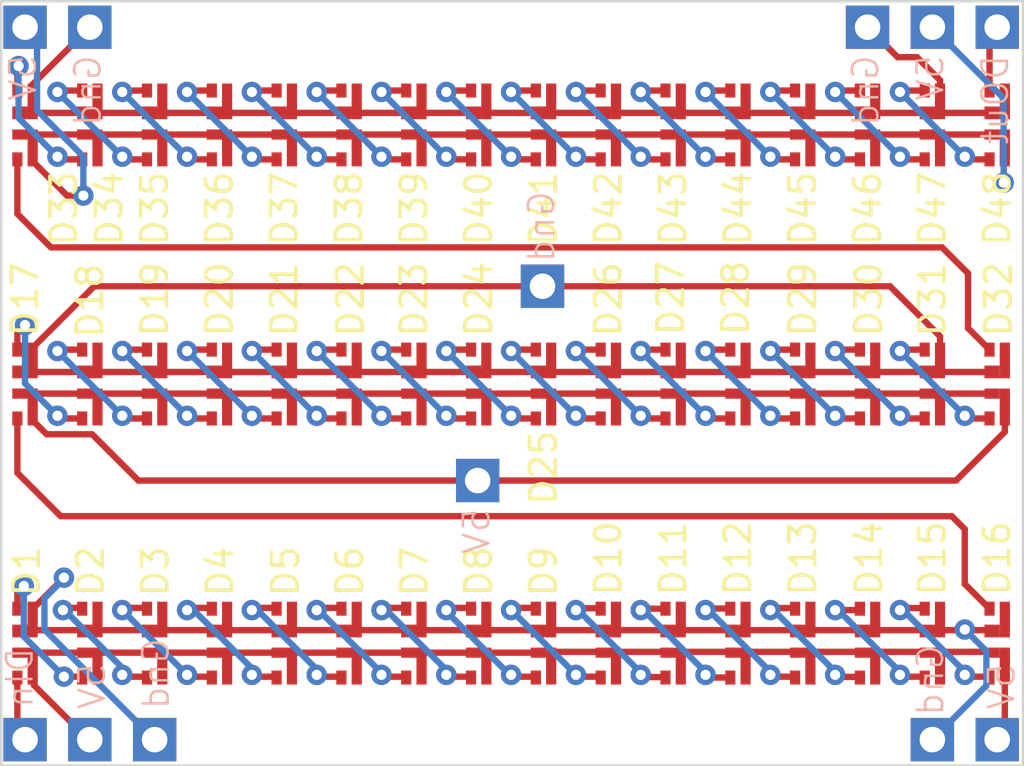
<source format=kicad_pcb>
(kicad_pcb (version 20221018) (generator pcbnew)
  (layers (0 "F.Cu" signal) (31 "B.Cu" signal) (34 "B.Paste" user) (35 "F.Paste" user) (36 "B.SilkS" user "B.Silkscreen") (37 "F.SilkS" user "F.Silkscreen") (38 "B.Mask" user) (39 "F.Mask" user) (44 "Edge.Cuts" user))
  (net 0 "")
  (net 1 "GND")
  (net 2 "Net-(D1-DOUT)")
  (net 3 "+5V")
  (net 4 "unconnected-(D1-DIN-Pad3)")
  (net 5 "Net-(D2-DOUT)")
  (net 6 "Net-(D3-DOUT)")
  (net 7 "Net-(D4-DOUT)")
  (net 8 "Net-(D5-DOUT)")
  (net 9 "Net-(D6-DOUT)")
  (net 10 "Net-(D7-DOUT)")
  (net 11 "Net-(D8-DOUT)")
  (net 12 "Net-(D10-DIN)")
  (net 13 "unconnected-(D10-DOUT-Pad2)")
  (net 14 "Net-(D11-DOUT)")
  (net 15 "Net-(D12-DOUT)")
  (net 16 "Net-(D13-DOUT)")
  (net 17 "Net-(D14-DOUT)")
  (net 18 "Net-(D15-DOUT)")
  (net 19 "Net-(D17-DOUT)")
  (net 20 "Net-(D18-DOUT)")
  (net 21 "Net-(D19-DOUT)")
  (net 22 "Net-(D20-DOUT)")
  (net 23 "Net-(D21-DOUT)")
  (net 24 "Net-(D22-DOUT)")
  (net 25 "Net-(D23-DOUT)")
  (net 26 "Net-(D24-DOUT)")
  (net 27 "Net-(D25-DOUT)")
  (net 28 "unconnected-(D26-DOUT-Pad2)")
  (net 29 "Net-(D27-DOUT)")
  (net 30 "Net-(D28-DOUT)")
  (net 31 "Net-(D29-DOUT)")
  (net 32 "Net-(D30-DOUT)")
  (net 33 "Net-(D31-DOUT)")
  (net 34 "Net-(D33-DOUT)")
  (net 35 "Net-(D34-DOUT)")
  (net 36 "Net-(D35-DOUT)")
  (net 37 "Net-(D36-DOUT)")
  (net 38 "Net-(D37-DOUT)")
  (net 39 "Net-(D38-DOUT)")
  (net 40 "Net-(D39-DOUT)")
  (net 41 "Net-(D40-DOUT)")
  (net 42 "Net-(D41-DOUT)")
  (net 43 "unconnected-(D42-DOUT-Pad2)")
  (net 44 "Net-(D43-DOUT)")
  (net 45 "Net-(D44-DOUT)")
  (net 46 "Net-(D45-DOUT)")
  (net 47 "Net-(D46-DOUT)")
  (net 48 "Net-(D47-DOUT)")
  (net 49 "unconnected-(D48-DOUT-Pad2)")
  (net 50 "Net-(D16-DOUT)")
  (net 51 "Net-(D32-DOUT)")
  (footprint "Custom Footprint Library:SK6812-EC3210F" (layer "F.Cu") (at 96.52 74.930017 -90)
    (fp_text reference "D10")
    (fp_text value "SK6812-EC3210F" hide)
  )
  (footprint "Custom Footprint Library:SK6812-EC3210F" (layer "F.Cu") (at 104.14 64.77 -90)
    (fp_text reference "D29")
    (fp_text value "SK6812-EC3210F" hide)
  )
  (footprint "" (layer "F.Cu") (at 73.66 78.74)
    (fp_text reference "")
    (fp_text value "")
  )
  (footprint "Custom Footprint Library:SK6812-EC3210F" (layer "F.Cu") (at 111.76 64.77 -90)
    (fp_text reference "D32")
    (fp_text value "SK6812-EC3210F" hide)
  )
  (footprint "Custom Footprint Library:SK6812-EC3210F" (layer "F.Cu") (at 81.28 64.77 -90)
    (fp_text reference "D20")
    (fp_text value "SK6812-EC3210F" hide)
  )
  (footprint "Custom Footprint Library:SK6812-EC3210F" (layer "F.Cu") (at 111.76 74.930017 -90)
    (fp_text reference "D16")
    (fp_text value "SK6812-EC3210F" hide)
  )
  (footprint "Custom Footprint Library:SK6812-EC3210F" (layer "F.Cu") (at 73.66 54.61 -90)
    (fp_text reference "D33")
    (fp_text value "SK6812-EC3210F" hide)
  )
  (footprint "Custom Footprint Library:SK6812-EC3210F" (layer "F.Cu") (at 93.98 54.61 -90)
    (fp_text reference "D41")
    (fp_text value "SK6812-EC3210F" hide)
  )
  (footprint "Custom Footprint Library:SK6812-EC3210F" (layer "F.Cu") (at 99.06 64.77 -90)
    (fp_text reference "D27")
    (fp_text value "SK6812-EC3210F" hide)
  )
  (footprint "Custom Footprint Library:SK6812-EC3210F" (layer "F.Cu") (at 83.82 64.77 -90)
    (fp_text reference "D21")
    (fp_text value "SK6812-EC3210F" hide)
  )
  (footprint "Custom Footprint Library:SK6812-EC3210F" (layer "F.Cu") (at 76.2 64.77 -90)
    (fp_text reference "D18")
    (fp_text value "SK6812-EC3210F" hide)
  )
  (footprint "Custom Footprint Library:SK6812-EC3210F" (layer "F.Cu") (at 73.66 74.930017 -90)
    (fp_text reference "D1")
    (fp_text value "SK6812-EC3210F" hide)
  )
  (footprint "Custom Footprint Library:SK6812-EC3210F" (layer "F.Cu") (at 106.68 54.61 -90)
    (fp_text reference "D46")
    (fp_text value "SK6812-EC3210F" hide)
  )
  (footprint "Custom Footprint Library:SK6812-EC3210F" (layer "F.Cu") (at 96.52 64.77 -90)
    (fp_text reference "D26")
    (fp_text value "SK6812-EC3210F" hide)
  )
  (footprint "Custom Footprint Library:SK6812-EC3210F" (layer "F.Cu") (at 111.76 54.61 -90)
    (fp_text reference "D48")
    (fp_text value "SK6812-EC3210F" hide)
  )
  (footprint "Custom Footprint Library:SK6812-EC3210F" (layer "F.Cu") (at 78.74 54.61 -90)
    (fp_text reference "D35")
    (fp_text value "SK6812-EC3210F" hide)
  )
  (footprint "Custom Footprint Library:SK6812-EC3210F" (layer "F.Cu") (at 91.44 54.61 -90)
    (fp_text reference "D40")
    (fp_text value "SK6812-EC3210F" hide)
  )
  (footprint "Custom Footprint Library:SK6812-EC3210F" (layer "F.Cu") (at 86.36 64.77 -90)
    (fp_text reference "D22")
    (fp_text value "SK6812-EC3210F" hide)
  )
  (footprint "Custom Footprint Library:SK6812-EC3210F" (layer "F.Cu") (at 88.9 74.930017 -90)
    (fp_text reference "D7")
    (fp_text value "SK6812-EC3210F" hide)
  )
  (footprint "Custom Footprint Library:SK6812-EC3210F" (layer "F.Cu") (at 109.22 74.930017 -90)
    (fp_text reference "D15")
    (fp_text value "SK6812-EC3210F" hide)
  )
  (footprint "" (layer "F.Cu") (at 109.22 50.8)
    (fp_text reference "")
    (fp_text value "")
  )
  (footprint "" (layer "F.Cu") (at 106.68 50.8)
    (fp_text reference "")
    (fp_text value "")
  )
  (footprint "Custom Footprint Library:SK6812-EC3210F" (layer "F.Cu") (at 96.52 54.61 -90)
    (fp_text reference "D42")
    (fp_text value "SK6812-EC3210F" hide)
  )
  (footprint "Custom Footprint Library:SK6812-EC3210F" (layer "F.Cu") (at 101.6 64.77 -90)
    (fp_text reference "D28")
    (fp_text value "SK6812-EC3210F" hide)
  )
  (footprint "Custom Footprint Library:SK6812-EC3210F" (layer "F.Cu") (at 93.98 74.930017 -90)
    (fp_text reference "D9")
    (fp_text value "SK6812-EC3210F" hide)
  )
  (footprint "Custom Footprint Library:SK6812-EC3210F" (layer "F.Cu") (at 88.9 64.77 -90)
    (fp_text reference "D23")
    (fp_text value "SK6812-EC3210F" hide)
  )
  (footprint "Custom Footprint Library:SK6812-EC3210F" (layer "F.Cu") (at 99.06 54.61 -90)
    (fp_text reference "D43")
    (fp_text value "SK6812-EC3210F" hide)
  )
  (footprint "Custom Footprint Library:SK6812-EC3210F" (layer "F.Cu") (at 91.44 74.930017 -90)
    (fp_text reference "D8")
    (fp_text value "SK6812-EC3210F" hide)
  )
  (footprint "Custom Footprint Library:SK6812-EC3210F" (layer "F.Cu") (at 86.36 54.61 -90)
    (fp_text reference "D38")
    (fp_text value "SK6812-EC3210F" hide)
  )
  (footprint "Custom Footprint Library:SK6812-EC3210F" (layer "F.Cu") (at 104.14 54.61 -90)
    (fp_text reference "D45")
    (fp_text value "SK6812-EC3210F" hide)
  )
  (footprint "Custom Footprint Library:SK6812-EC3210F" (layer "F.Cu") (at 76.2 74.930017 -90)
    (fp_text reference "D2")
    (fp_text value "SK6812-EC3210F" hide)
  )
  (footprint "" (layer "F.Cu") (at 78.74 78.74)
    (fp_text reference "")
    (fp_text value "")
  )
  (footprint "Custom Footprint Library:SK6812-EC3210F" (layer "F.Cu") (at 99.06 74.930017 -90)
    (fp_text reference "D11")
    (fp_text value "SK6812-EC3210F" hide)
  )
  (footprint "Custom Footprint Library:SK6812-EC3210F" (layer "F.Cu") (at 101.6 74.930017 -90)
    (fp_text reference "D12")
    (fp_text value "SK6812-EC3210F" hide)
  )
  (footprint "Custom Footprint Library:SK6812-EC3210F" (layer "F.Cu") (at 83.82 74.930017 -90)
    (fp_text reference "D5")
    (fp_text value "SK6812-EC3210F" hide)
  )
  (footprint "Custom Footprint Library:SK6812-EC3210F" (layer "F.Cu") (at 93.98 64.77 -90)
    (fp_text reference "D25")
    (fp_text value "SK6812-EC3210F" hide)
  )
  (footprint "Custom Footprint Library:SK6812-EC3210F" (layer "F.Cu") (at 106.68 64.77 -90)
    (fp_text reference "D30")
    (fp_text value "SK6812-EC3210F" hide)
  )
  (footprint "" (layer "F.Cu") (at 109.22 78.74)
    (fp_text reference "")
    (fp_text value "")
  )
  (footprint "Custom Footprint Library:SK6812-EC3210F" (layer "F.Cu") (at 109.22 64.77 -90)
    (fp_text reference "D31")
    (fp_text value "SK6812-EC3210F" hide)
  )
  (footprint "" (layer "F.Cu") (at 111.76 50.8)
    (fp_text reference "")
    (fp_text value "")
  )
  (footprint "Custom Footprint Library:SK6812-EC3210F" (layer "F.Cu") (at 78.74 74.930017 -90)
    (fp_text reference "D3")
    (fp_text value "SK6812-EC3210F" hide)
  )
  (footprint "" (layer "F.Cu") (at 93.94 60.96)
    (fp_text reference "")
    (fp_text value "")
  )
  (footprint "Custom Footprint Library:SK6812-EC3210F" (layer "F.Cu") (at 78.74 64.77 -90)
    (fp_text reference "D19")
    (fp_text value "SK6812-EC3210F" hide)
  )
  (footprint "Custom Footprint Library:SK6812-EC3210F" (layer "F.Cu") (at 88.9 54.61 -90)
    (fp_text reference "D39")
    (fp_text value "SK6812-EC3210F" hide)
  )
  (footprint "Custom Footprint Library:SK6812-EC3210F" (layer "F.Cu") (at 106.68 74.930017 -90)
    (fp_text reference "D14")
    (fp_text value "SK6812-EC3210F" hide)
  )
  (footprint "" (layer "F.Cu") (at 111.76 78.74)
    (fp_text reference "")
    (fp_text value "")
  )
  (footprint "Custom Footprint Library:SK6812-EC3210F" (layer "F.Cu") (at 101.6 54.61 -90)
    (fp_text reference "D44")
    (fp_text value "SK6812-EC3210F" hide)
  )
  (footprint "Custom Footprint Library:SK6812-EC3210F" (layer "F.Cu") (at 81.28 54.61 -90)
    (fp_text reference "D36")
    (fp_text value "SK6812-EC3210F" hide)
  )
  (footprint "Custom Footprint Library:SK6812-EC3210F" (layer "F.Cu") (at 104.14 74.930017 -90)
    (fp_text reference "D13")
    (fp_text value "SK6812-EC3210F" hide)
  )
  (footprint "Custom Footprint Library:SK6812-EC3210F" (layer "F.Cu") (at 86.36 74.930017 -90)
    (fp_text reference "D6")
    (fp_text value "SK6812-EC3210F" hide)
  )
  (footprint "Custom Footprint Library:SK6812-EC3210F" (layer "F.Cu") (at 83.82 54.61 -90)
    (fp_text reference "D37")
    (fp_text value "SK6812-EC3210F" hide)
  )
  (footprint "" (layer "F.Cu") (at 76.2 78.74)
    (fp_text reference "")
    (fp_text value "")
  )
  (footprint "Custom Footprint Library:SK6812-EC3210F" (layer "F.Cu") (at 109.22 54.61 -90)
    (fp_text reference "D47")
    (fp_text value "SK6812-EC3210F" hide)
  )
  (footprint "" (layer "F.Cu") (at 73.66 50.8)
    (fp_text reference "")
    (fp_text value "")
  )
  (footprint "Custom Footprint Library:SK6812-EC3210F" (layer "F.Cu") (at 73.66 64.77 -90)
    (fp_text reference "D17")
    (fp_text value "SK6812-EC3210F" hide)
  )
  (footprint "Custom Footprint Library:SK6812-EC3210F" (layer "F.Cu") (at 81.28 74.930017 -90)
    (fp_text reference "D4")
    (fp_text value "SK6812-EC3210F" hide)
  )
  (footprint "Custom Footprint Library:SK6812-EC3210F" (layer "F.Cu") (at 76.2 54.61 -90)
    (fp_text reference "D34")
    (fp_text value "SK6812-EC3210F" hide)
  )
  (footprint "" (layer "F.Cu") (at 91.44 68.58)
    (fp_text reference "")
    (fp_text value "")
  )
  (footprint "" (layer "F.Cu") (at 76.2 50.8)
    (fp_text reference "")
    (fp_text value "")
  )
  (footprint "Custom Footprint Library:SK6812-EC3210F" (layer "F.Cu") (at 91.44 64.77 -90)
    (fp_text reference "D24")
    (fp_text value "SK6812-EC3210F" hide)
  )
  (gr_line (start 72.72907 79.756) (end 112.776 79.755983) (stroke (width 0.1)) (layer "Edge.Cuts"))
  (gr_line (start 112.776 49.783983) (end 72.72907 49.784) (stroke (width 0.1)) (layer "Edge.Cuts"))
  (gr_line (start 112.776 79.755983) (end 112.776 49.783983) (stroke (width 0.1)) (layer "Edge.Cuts"))
  (gr_line (start 72.72907 49.784) (end 72.72907 79.756) (stroke (width 0.1)) (layer "Edge.Cuts"))
  (gr_text "5V" (at 112.522 75.692 90) (layer "B.SilkS") (effects (font (size 1 1) (thickness 0.1)) (justify left bottom mirror)))
  (gr_text "5V" (at 76.874506 75.679598 90) (layer "B.SilkS") (effects (font (size 1 1) (thickness 0.1)) (justify left bottom mirror)))
  (gr_text "5V" (at 91.948 69.596 90) (layer "B.SilkS") (effects (font (size 1 1) (thickness 0.1)) (justify left bottom mirror)))
  (gr_text "DOut" (at 112.268 51.816 90) (layer "B.SilkS") (effects (font (size 1 1) (thickness 0.1)) (justify left bottom mirror)))
  (gr_text "5V" (at 74.168 51.816 90) (layer "B.SilkS") (effects (font (size 1 1) (thickness 0.1)) (justify left bottom mirror)))
  (gr_text "DIn" (at 74.041 75.057 90) (layer "B.SilkS") (effects (font (size 1 1) (thickness 0.1)) (justify left bottom mirror)))
  (gr_text "Gnd" (at 109.728 74.93 90) (layer "B.SilkS") (effects (font (size 1 1) (thickness 0.1)) (justify left bottom mirror)))
  (gr_text "Gnd" (at 76.708 51.816 90) (layer "B.SilkS") (effects (font (size 1 1) (thickness 0.1)) (justify left bottom mirror)))
  (gr_text "Gnd" (at 94.488 57.15 90) (layer "B.SilkS") (effects (font (size 1 1) (thickness 0.1)) (justify left bottom mirror)))
  (gr_text "Gnd" (at 107.188 51.816 90) (layer "B.SilkS") (effects (font (size 1 1) (thickness 0.1)) (justify left bottom mirror)))
  (gr_text "5V" (at 109.728 51.816 90) (layer "B.SilkS") (effects (font (size 1 1) (thickness 0.1)) (justify left bottom mirror)))
  (gr_text "Gnd" (at 79.374506 74.679598 90) (layer "B.SilkS") (effects (font (size 1 1) (thickness 0.1)) (justify left bottom mirror)))
  (segment (start 73.96 73.614) (end 73.96 74.030017) (width 0.25) (layer "F.Cu") (net 1))
  (segment (start 96.32 74.446937) (end 98.86 74.446937) (width 0.25) (layer "F.Cu") (net 1))
  (segment (start 86.16 64.32) (end 88.7 64.32) (width 0.25) (layer "F.Cu") (net 1))
  (segment (start 103.94 64.32) (end 106.48 64.32) (width 0.25) (layer "F.Cu") (net 1))
  (segment (start 78.654506 74.446937) (end 76.154506 74.446937) (width 0.25) (layer "F.Cu") (net 1))
  (segment (start 107.855 51.975) (end 108.617 51.975) (width 0.25) (layer "F.Cu") (net 1))
  (segment (start 110.49 74.422) (end 110.514937 74.446937) (width 0.25) (layer "F.Cu") (net 1))
  (segment (start 93.94 60.96) (end 107.56 60.96) (width 0.25) (layer "F.Cu") (net 1))
  (segment (start 73.96 63.37) (end 73.96 63.87) (width 0.25) (layer "F.Cu") (net 1))
  (segment (start 109.02 64.32) (end 111.56 64.32) (width 0.25) (layer "F.Cu") (net 1))
  (segment (start 93.654506 74.446937) (end 91.154506 74.446937) (width 0.25) (layer "F.Cu") (net 1))
  (segment (start 86.154506 74.446937) (end 83.654506 74.446937) (width 0.25) (layer "F.Cu") (net 1))
  (segment (start 93.78 54.16) (end 91.24 54.16) (width 0.25) (layer "F.Cu") (net 1))
  (segment (start 78.54 54.16) (end 76 54.16) (width 0.25) (layer "F.Cu") (net 1))
  (segment (start 75.184 72.39) (end 73.96 73.614) (width 0.25) (layer "F.Cu") (net 1))
  (segment (start 83.62 54.16) (end 81.08 54.16) (width 0.25) (layer "F.Cu") (net 1))
  (segment (start 88.7 54.16) (end 86.16 54.16) (width 0.25) (layer "F.Cu") (net 1))
  (segment (start 103.94 54.16) (end 101.4 54.16) (width 0.25) (layer "F.Cu") (net 1))
  (segment (start 81.08 54.16) (end 78.54 54.16) (width 0.25) (layer "F.Cu") (net 1))
  (segment (start 93.94 60.96) (end 76.37 60.96) (width 0.25) (layer "F.Cu") (net 1))
  (segment (start 88.7 64.32) (end 91.24 64.32) (width 0.25) (layer "F.Cu") (net 1))
  (segment (start 111.56 54.16) (end 109.02 54.16) (width 0.25) (layer "F.Cu") (net 1))
  (segment (start 106.48 54.16) (end 103.94 54.16) (width 0.25) (layer "F.Cu") (net 1))
  (segment (start 109.52 52.878) (end 109.52 53.71) (width 0.25) (layer "F.Cu") (net 1))
  (segment (start 86.16 54.16) (end 83.62 54.16) (width 0.25) (layer "F.Cu") (net 1))
  (segment (start 91.24 64.32) (end 93.78 64.32) (width 0.25) (layer "F.Cu") (net 1))
  (segment (start 91.24 54.16) (end 88.7 54.16) (width 0.25) (layer "F.Cu") (net 1))
  (segment (start 98.86 64.32) (end 101.4 64.32) (width 0.25) (layer "F.Cu") (net 1))
  (segment (start 101.4 64.32) (end 103.94 64.32) (width 0.25) (layer "F.Cu") (net 1))
  (segment (start 101.4 74.446937) (end 103.94 74.446937) (width 0.25) (layer "F.Cu") (net 1))
  (segment (start 106.68 50.8) (end 107.855 51.975) (width 0.25) (layer "F.Cu") (net 1))
  (segment (start 76 64.32) (end 78.54 64.32) (width 0.25) (layer "F.Cu") (net 1))
  (segment (start 98.86 54.16) (end 96.32 54.16) (width 0.25) (layer "F.Cu") (net 1))
  (segment (start 103.94 74.446937) (end 106.48 74.446937) (width 0.25) (layer "F.Cu") (net 1))
  (segment (start 110.514937 74.446937) (end 111.56 74.446937) (width 0.25) (layer "F.Cu") (net 1))
  (segment (start 76 54.16) (end 73.46 54.16) (width 0.25) (layer "F.Cu") (net 1))
  (segment (start 108.617 51.975) (end 109.52 52.878) (width 0.25) (layer "F.Cu") (net 1))
  (segment (start 88.654506 74.446937) (end 86.154506 74.446937) (width 0.25) (layer "F.Cu") (net 1))
  (segment (start 76.154506 74.446937) (end 73.654506 74.446937) (width 0.25) (layer "F.Cu") (net 1))
  (segment (start 80.772 64.32) (end 83.62 64.32) (width 0.25) (layer "F.Cu") (net 1))
  (segment (start 109.02 74.446937) (end 110.465063 74.446937) (width 0.25) (layer "F.Cu") (net 1))
  (segment (start 73.46 64.32) (end 76 64.32) (width 0.25) (layer "F.Cu") (net 1))
  (segment (start 73.96 53.04) (end 73.96 53.71) (width 0.25) (layer "F.Cu") (net 1))
  (segment (start 80.772 64.32) (end 81.08 64.32) (width 0.25) (layer "F.Cu") (net 1))
  (segment (start 83.62 64.32) (end 86.16 64.32) (width 0.25) (layer "F.Cu") (net 1))
  (segment (start 83.654506 74.446937) (end 81.154506 74.446937) (width 0.25) (layer "F.Cu") (net 1))
  (segment (start 96.32 64.32) (end 98.86 64.32) (width 0.25) (layer "F.Cu") (net 1))
  (segment (start 76.2 50.8) (end 73.96 53.04) (width 0.25) (layer "F.Cu") (net 1))
  (segment (start 96.32 54.16) (end 93.78 54.16) (width 0.25) (layer "F.Cu") (net 1))
  (segment (start 109.02 54.16) (end 106.48 54.16) (width 0.25) (layer "F.Cu") (net 1))
  (segment (start 91.154506 74.446937) (end 88.654506 74.446937) (width 0.25) (layer "F.Cu") (net 1))
  (segment (start 106.48 74.446937) (end 109.02 74.446937) (width 0.25) (layer "F.Cu") (net 1))
  (segment (start 93.654506 74.446937) (end 96.154506 74.446937) (width 0.25) (layer "F.Cu") (net 1))
  (segment (start 78.54 64.32) (end 80.772 64.32) (width 0.25) (layer "F.Cu") (net 1))
  (segment (start 81.154506 74.446937) (end 78.654506 74.446937) (width 0.25) (layer "F.Cu") (net 1))
  (segment (start 109.52 62.92) (end 109.52 63.87) (width 0.25) (layer "F.Cu") (net 1))
  (segment (start 106.48 64.32) (end 109.02 64.32) (width 0.25) (layer "F.Cu") (net 1))
  (segment (start 101.4 54.16) (end 98.86 54.16) (width 0.25) (layer "F.Cu") (net 1))
  (segment (start 93.78 64.32) (end 96.32 64.32) (width 0.25) (layer "F.Cu") (net 1))
  (segment (start 110.465063 74.446937) (end 110.49 74.422) (width 0.25) (layer "F.Cu") (net 1))
  (segment (start 107.56 60.96) (end 109.52 62.92) (width 0.25) (layer "F.Cu") (net 1))
  (segment (start 76.37 60.96) (end 73.96 63.37) (width 0.25) (layer "F.Cu") (net 1))
  (segment (start 98.86 74.446937) (end 101.4 74.446937) (width 0.25) (layer "F.Cu") (net 1))
  (via (at 75.184 72.39) (size 0.8) (drill 0.4) (layers "F.Cu" "B.Cu") (net 1))
  (via (at 110.49 74.422) (size 0.8) (drill 0.4) (layers "F.Cu" "B.Cu") (net 1))
  (segment (start 111.338265 75.270265) (end 111.338265 76.621735) (width 0.25) (layer "B.Cu") (net 1))
  (segment (start 111.338265 76.621735) (end 109.22 78.74) (width 0.25) (layer "B.Cu") (net 1))
  (segment (start 78.74 78.486) (end 78.74 78.74) (width 0.25) (layer "B.Cu") (net 1))
  (segment (start 75.184 72.39) (end 75.184 72.435754) (width 0.25) (layer "B.Cu") (net 1))
  (segment (start 75.184 72.435754) (end 74.422 73.197754) (width 0.25) (layer "B.Cu") (net 1))
  (segment (start 74.422 73.197754) (end 74.422 74.422) (width 0.25) (layer "B.Cu") (net 1))
  (segment (start 74.422 74.422) (end 78.74 78.74) (width 0.25) (layer "B.Cu") (net 1))
  (segment (start 110.49 74.422) (end 111.338265 75.270265) (width 0.25) (layer "B.Cu") (net 1))
  (segment (start 73.36 73.571937) (end 73.36 72.969661) (width 0.25) (layer "F.Cu") (net 2))
  (segment (start 75.184 76.269437) (end 75.1865 76.271937) (width 0.25) (layer "F.Cu") (net 2))
  (segment (start 75.1865 76.271937) (end 75.9 76.271937) (width 0.25) (layer "F.Cu") (net 2))
  (segment (start 73.36 72.969661) (end 73.614235 72.715426) (width 0.25) (layer "F.Cu") (net 2))
  (via (at 75.184 76.269437) (size 0.8) (drill 0.4) (layers "F.Cu" "B.Cu") (net 2))
  (via (at 73.614235 72.715426) (size 0.8) (drill 0.4) (layers "F.Cu" "B.Cu") (net 2))
  (segment (start 73.614235 72.715426) (end 73.614235 74.699672) (width 0.25) (layer "B.Cu") (net 2))
  (segment (start 73.614235 74.699672) (end 75.184 76.269437) (width 0.25) (layer "B.Cu") (net 2))
  (segment (start 83.62 55.01) (end 86.16 55.01) (width 0.25) (layer "F.Cu") (net 3))
  (segment (start 88.7 75.330017) (end 91.24 75.330017) (width 0.25) (layer "F.Cu") (net 3))
  (segment (start 76 75.330017) (end 73.46 75.330017) (width 0.25) (layer "F.Cu") (net 3))
  (segment (start 110.856937 75.296937) (end 111.56 75.296937) (width 0.25) (layer "F.Cu") (net 3))
  (segment (start 76.291396 66.765) (end 78.106396 68.58) (width 0.25) (layer "F.Cu") (net 3))
  (segment (start 103.94 65.17) (end 106.48 65.17) (width 0.25) (layer "F.Cu") (net 3))
  (segment (start 110.15 68.58) (end 91.4 68.58) (width 0.25) (layer "F.Cu") (net 3))
  (segment (start 103.94 55.01) (end 101.4 55.01) (width 0.25) (layer "F.Cu") (net 3))
  (segment (start 91.24 65.17) (end 93.78 65.17) (width 0.25) (layer "F.Cu") (net 3))
  (segment (start 74.505 66.765) (end 76.291396 66.765) (width 0.25) (layer "F.Cu") (net 3))
  (segment (start 94.488 75.296937) (end 96.154506 75.296937) (width 0.25) (layer "F.Cu") (net 3))
  (segment (start 76 55.01) (end 78.54 55.01) (width 0.25) (layer "F.Cu") (net 3))
  (segment (start 91.24 55.01) (end 93.78 55.01) (width 0.25) (layer "F.Cu") (net 3))
  (segment (start 93.78 65.17) (end 96.32 65.17) (width 0.25) (layer "F.Cu") (net 3))
  (segment (start 83.62 75.330017) (end 81.08 75.330017) (width 0.25) (layer "F.Cu") (net 3))
  (segment (start 91.24 75.330017) (end 93.78 75.330017) (width 0.25) (layer "F.Cu") (net 3))
  (segment (start 112.06 65.695) (end 112.06 66.67) (width 0.25) (layer "F.Cu") (net 3))
  (segment (start 106.48 55.01) (end 103.94 55.01) (width 0.25) (layer "F.Cu") (net 3))
  (segment (start 98.86 55.01) (end 96.32 55.01) (width 0.25) (layer "F.Cu") (net 3))
  (segment (start 86.16 55.01) (end 88.7 55.01) (width 0.25) (layer "F.Cu") (net 3))
  (segment (start 73.96 75.821937) (end 73.96 76.041035) (width 0.25) (layer "F.Cu") (net 3))
  (segment (start 86.16 75.330017) (end 83.62 75.330017) (width 0.25) (layer "F.Cu") (net 3))
  (segment (start 88.7 65.17) (end 91.24 65.17) (width 0.25) (layer "F.Cu") (net 3))
  (segment (start 73.96 66.22) (end 74.505 66.765) (width 0.25) (layer "F.Cu") (net 3))
  (segment (start 78.54 75.330017) (end 76 75.330017) (width 0.25) (layer "F.Cu") (net 3))
  (segment (start 112.014 55.581) (end 112.06 55.535) (width 0.25) (layer "F.Cu") (net 3))
  (segment (start 81.08 75.330017) (end 78.54 75.330017) (width 0.25) (layer "F.Cu") (net 3))
  (segment (start 96.32 65.17) (end 98.86 65.17) (width 0.25) (layer "F.Cu") (net 3))
  (segment (start 83.62 65.17) (end 86.16 65.17) (width 0.25) (layer "F.Cu") (net 3))
  (segment (start 109.02 55.01) (end 106.48 55.01) (width 0.25) (layer "F.Cu") (net 3))
  (segment (start 74.004506 76.085541) (end 74.004506 76.599598) (width 0.25) (layer "F.Cu") (net 3))
  (segment (start 78.54 65.17) (end 81.08 65.17) (width 0.25) (layer "F.Cu") (net 3))
  (segment (start 112.06 66.67) (end 110.15 68.58) (width 0.25) (layer "F.Cu") (net 3))
  (segment (start 73.96 76.041035) (end 74.004506 76.085541) (width 0.25) (layer "F.Cu") (net 3))
  (segment (start 73.46 55.01) (end 76 55.01) (width 0.25) (layer "F.Cu") (net 3))
  (segment (start 75.946 57.404) (end 75.304 57.404) (width 0.25) (layer "F.Cu") (net 3))
  (segment (start 76 65.17) (end 78.54 65.17) (width 0.25) (layer "F.Cu") (net 3))
  (segment (start 81.08 65.17) (end 83.62 65.17) (width 0.25) (layer "F.Cu") (net 3))
  (segment (start 73.96 56.06) (end 73.96 55.535) (width 0.25) (layer "F.Cu") (net 3))
  (segment (start 112.014 56.896) (end 112.014 55.581) (width 0.25) (layer "F.Cu") (net 3))
  (segment (start 78.54 55.01) (end 81.08 55.01) (width 0.25) (layer "F.Cu") (net 3))
  (segment (start 78.106396 68.58) (end 91.4 68.58) (width 0.25) (layer "F.Cu") (net 3))
  (segment (start 88.7 55.01) (end 91.24 55.01) (width 0.25) (layer "F.Cu") (net 3))
  (segment (start 75.304 57.404) (end 73.96 56.06) (width 0.25) (layer "F.Cu") (net 3))
  (segment (start 96.32 75.296937) (end 110.856937 75.296937) (width 0.25) (layer "F.Cu") (net 3))
  (segment (start 111.56 55.01) (end 109.02 55.01) (width 0.25) (layer "F.Cu") (net 3))
  (segment (start 86.16 65.17) (end 88.7 65.17) (width 0.25) (layer "F.Cu") (net 3))
  (segment (start 106.48 65.17) (end 109.02 65.17) (width 0.25) (layer "F.Cu") (net 3))
  (segment (start 73.96 65.695) (end 73.96 66.22) (width 0.25) (layer "F.Cu") (net 3))
  (segment (start 109.02 65.17) (end 111.56 65.17) (width 0.25) (layer "F.Cu") (net 3))
  (segment (start 101.4 65.17) (end 103.94 65.17) (width 0.25) (layer "F.Cu") (net 3))
  (segment (start 112.06 75.855017) (end 112.06 78.44) (width 0.25) (layer "F.Cu") (net 3))
  (segment (start 88.7 75.330017) (end 86.16 75.330017) (width 0.25) (layer "F.Cu") (net 3))
  (segment (start 76 65.17) (end 73.46 65.17) (width 0.25) (layer "F.Cu") (net 3))
  (segment (start 112.06 78.44) (end 111.76 78.74) (width 0.25) (layer "F.Cu") (net 3))
  (segment (start 98.86 65.17) (end 101.4 65.17) (width 0.25) (layer "F.Cu") (net 3))
  (segment (start 81.08 55.01) (end 83.62 55.01) (width 0.25) (layer "F.Cu") (net 3))
  (segment (start 96.32 55.01) (end 93.78 55.01) (width 0.25) (layer "F.Cu") (net 3))
  (segment (start 101.4 55.01) (end 98.86 55.01) (width 0.25) (layer "F.Cu") (net 3))
  (segment (start 74.004506 76.599598) (end 76.074506 78.669598) (width 0.25) (layer "F.Cu") (net 3))
  (via (at 75.946 57.404) (size 0.8) (drill 0.4) (layers "F.Cu" "B.Cu") (net 3))
  (via (at 112.014 56.896) (size 0.8) (drill 0.4) (layers "F.Cu" "B.Cu") (net 3))
  (segment (start 109.22 50.8) (end 112.014 53.594) (width 0.25) (layer "B.Cu") (net 3))
  (segment (start 75.946 57.404) (end 75.946 55.870695) (width 0.25) (layer "B.Cu") (net 3))
  (segment (start 74.131 51.271) (end 73.66 50.8) (width 0.25) (layer "B.Cu") (net 3))
  (segment (start 74.131 54.055695) (end 74.131 51.271) (width 0.25) (layer "B.Cu") (net 3))
  (segment (start 112.014 53.594) (end 112.014 56.896) (width 0.25) (layer "B.Cu") (net 3))
  (segment (start 75.946 55.870695) (end 74.131 54.055695) (width 0.25) (layer "B.Cu") (net 3))
  (segment (start 73.752064 78.647936) (end 73.66 78.74) (width 0.25) (layer "F.Cu") (net 4))
  (segment (start 73.36 76.271937) (end 73.36 78.383028) (width 0.25) (layer "F.Cu") (net 4))
  (segment (start 73.36 78.383028) (end 73.554506 78.577534) (width 0.25) (layer "F.Cu") (net 4))
  (segment (start 75.1465 73.66) (end 75.234563 73.571937) (width 0.25) (layer "F.Cu") (net 5))
  (segment (start 75.234563 73.571937) (end 75.9 73.571937) (width 0.25) (layer "F.Cu") (net 5))
  (segment (start 77.541937 76.271937) (end 77.47 76.2) (width 0.25) (layer "F.Cu") (net 5))
  (segment (start 78.44 76.271937) (end 77.541937 76.271937) (width 0.25) (layer "F.Cu") (net 5))
  (via (at 75.1465 73.66) (size 0.8) (drill 0.4) (layers "F.Cu" "B.Cu") (net 5))
  (via (at 77.47 76.2) (size 0.8) (drill 0.4) (layers "F.Cu" "B.Cu") (net 5))
  (segment (start 77.47 75.923401) (end 75.206599 73.66) (width 0.25) (layer "B.Cu") (net 5))
  (segment (start 75.206599 73.66) (end 75.1465 73.66) (width 0.25) (layer "B.Cu") (net 5))
  (segment (start 77.47 76.2) (end 77.47 75.923401) (width 0.25) (layer "B.Cu") (net 5))
  (segment (start 78.44 73.571937) (end 77.558063 73.571937) (width 0.25) (layer "F.Cu") (net 6))
  (segment (start 77.558063 73.571937) (end 77.47 73.66) (width 0.25) (layer "F.Cu") (net 6))
  (segment (start 81.054506 76.271937) (end 80.264 76.271937) (width 0.25) (layer "F.Cu") (net 6))
  (via (at 80.01 76.2) (size 0.8) (drill 0.4) (layers "F.Cu" "B.Cu") (net 6))
  (via (at 77.47 73.66) (size 0.8) (drill 0.4) (layers "F.Cu" "B.Cu") (net 6))
  (segment (start 77.47 73.66) (end 80.01 76.2) (width 0.25) (layer "B.Cu") (net 6))
  (segment (start 81.054506 73.571937) (end 80.264 73.571937) (width 0.25) (layer "F.Cu") (net 7))
  (segment (start 83.554506 76.271937) (end 82.804 76.271937) (width 0.25) (layer "F.Cu") (net 7))
  (via (at 80.01 73.66) (size 0.8) (drill 0.4) (layers "F.Cu" "B.Cu") (net 7))
  (via (at 82.55 76.2) (size 0.8) (drill 0.4) (layers "F.Cu" "B.Cu") (net 7))
  (segment (start 82.804 76.271937) (end 82.804 76.196431) (width 0.25) (layer "B.Cu") (net 7))
  (segment (start 82.804 76.196431) (end 80.264 73.656431) (width 0.25) (layer "B.Cu") (net 7))
  (segment (start 80.264 73.656431) (end 80.264 73.571937) (width 0.25) (layer "B.Cu") (net 7))
  (segment (start 85.379507 76.271937) (end 86.054506 76.271937) (width 0.25) (layer "F.Cu") (net 8))
  (segment (start 85.352877 76.245307) (end 85.379507 76.271937) (width 0.25) (layer "F.Cu") (net 8))
  (segment (start 83.554506 73.571937) (end 82.804 73.571937) (width 0.25) (layer "F.Cu") (net 8))
  (via (at 85.09 76.2) (size 0.8) (drill 0.4) (layers "F.Cu" "B.Cu") (net 8))
  (via (at 82.55 73.66) (size 0.8) (drill 0.4) (layers "F.Cu" "B.Cu") (net 8))
  (segment (start 85.352877 76.245307) (end 82.804 73.696431) (width 0.25) (layer "B.Cu") (net 8))
  (segment (start 82.804 73.696431) (end 82.804 73.571937) (width 0.25) (layer "B.Cu") (net 8))
  (segment (start 86.054506 73.571937) (end 85.344 73.571937) (width 0.25) (layer "F.Cu") (net 9))
  (segment (start 88.554506 76.271937) (end 87.874506 76.271937) (width 0.25) (layer "F.Cu") (net 9))
  (via (at 87.63 76.2) (size 0.8) (drill 0.4) (layers "F.Cu" "B.Cu") (net 9))
  (via (at 85.09 73.66) (size 0.8) (drill 0.4) (layers "F.Cu" "B.Cu") (net 9))
  (segment (start 87.874506 76.271937) (end 87.779506 76.271937) (width 0.25) (layer "B.Cu") (net 9))
  (segment (start 87.779506 76.271937) (end 85.344 73.836431) (width 0.25) (layer "B.Cu") (net 9))
  (segment (start 85.344 73.836431) (end 85.344 73.571937) (width 0.25) (layer "B.Cu") (net 9))
  (segment (start 91.054506 76.271937) (end 90.374506 76.271937) (width 0.25) (layer "F.Cu") (net 10))
  (segment (start 87.899506 73.571937) (end 88.554506 73.571937) (width 0.25) (layer "F.Cu") (net 10))
  (segment (start 87.874506 73.596937) (end 87.899506 73.571937) (width 0.25) (layer "F.Cu") (net 10))
  (via (at 90.17 76.2) (size 0.8) (drill 0.4) (layers "F.Cu" "B.Cu") (net 10))
  (via (at 87.63 73.66) (size 0.8) (drill 0.4) (layers "F.Cu" "B.Cu") (net 10))
  (segment (start 87.874506 73.716937) (end 90.374506 76.216937) (width 0.25) (layer "B.Cu") (net 10))
  (segment (start 87.874506 73.596937) (end 87.874506 73.716937) (width 0.25) (layer "B.Cu") (net 10))
  (segment (start 90.374506 76.216937) (end 90.374506 76.271937) (width 0.25) (layer "B.Cu") (net 10))
  (segment (start 92.729506 76.271937) (end 93.554506 76.271937) (width 0.25) (layer "F.Cu") (net 11))
  (segment (start 91.054506 73.571937) (end 90.374506 73.571937) (width 0.25) (layer "F.Cu") (net 11))
  (via (at 92.71 76.2) (size 0.8) (drill 0.4) (layers "F.Cu" "B.Cu") (net 11))
  (via (at 90.17 73.66) (size 0.8) (drill 0.4) (layers "F.Cu" "B.Cu") (net 11))
  (segment (start 92.729506 76.271937) (end 90.374506 73.916937) (width 0.25) (layer "B.Cu") (net 11))
  (segment (start 90.374506 73.916937) (end 90.374506 73.571937) (width 0.25) (layer "B.Cu") (net 11))
  (segment (start 96.054506 76.271937) (end 95.25 76.271937) (width 0.25) (layer "F.Cu") (net 12))
  (segment (start 92.71 73.571937) (end 93.554506 73.571937) (width 0.25) (layer "F.Cu") (net 12))
  (via (at 92.71 73.66) (size 0.8) (drill 0.4) (layers "F.Cu" "B.Cu") (net 12))
  (via (at 95.25 76.2) (size 0.8) (drill 0.4) (layers "F.Cu" "B.Cu") (net 12))
  (segment (start 95.25 76.271937) (end 95.25 76.192431) (width 0.25) (layer "B.Cu") (net 12))
  (segment (start 95.25 76.192431) (end 92.71 73.652431) (width 0.25) (layer "B.Cu") (net 12))
  (segment (start 92.71 73.652431) (end 92.71 73.571937) (width 0.25) (layer "B.Cu") (net 12))
  (segment (start 98.76 76.271937) (end 98.74546 76.286477) (width 0.25) (layer "F.Cu") (net 13))
  (segment (start 98.74546 76.286477) (end 97.886573 76.286477) (width 0.25) (layer "F.Cu") (net 13))
  (segment (start 96.20546 73.586477) (end 96.22 73.571937) (width 0.25) (layer "F.Cu") (net 13))
  (segment (start 95.346573 73.586477) (end 96.20546 73.586477) (width 0.25) (layer "F.Cu") (net 13))
  (via (at 97.79 76.2) (size 0.8) (drill 0.4) (layers "F.Cu" "B.Cu") (net 13))
  (via (at 95.25 73.66) (size 0.8) (drill 0.4) (layers "F.Cu" "B.Cu") (net 13))
  (segment (start 97.886573 76.206971) (end 95.346573 73.666971) (width 0.25) (layer "B.Cu") (net 13))
  (segment (start 98.727417 73.60452) (end 98.76 73.571937) (width 0.25) (layer "F.Cu") (net 14))
  (segment (start 101.267417 76.30452) (end 101.3 76.271937) (width 0.25) (layer "F.Cu") (net 14))
  (segment (start 100.33 76.30452) (end 101.267417 76.30452) (width 0.25) (layer "F.Cu") (net 14))
  (segment (start 97.921593 73.60452) (end 98.727417 73.60452) (width 0.25) (layer "F.Cu") (net 14))
  (via (at 97.79 73.66) (size 0.8) (drill 0.4) (layers "F.Cu" "B.Cu") (net 14))
  (via (at 100.33 76.2) (size 0.8) (drill 0.4) (layers "F.Cu" "B.Cu") (net 14))
  (segment (start 100.461593 76.225014) (end 97.921593 73.685014) (width 0.25) (layer "B.Cu") (net 14))
  (segment (start 100.33 73.59853) (end 101.273407 73.59853) (width 0.25) (layer "F.Cu") (net 15))
  (segment (start 101.273407 73.59853) (end 101.3 73.571937) (width 0.25) (layer "F.Cu") (net 15))
  (segment (start 102.87 76.2) (end 102.941937 76.271937) (width 0.25) (layer "F.Cu") (net 15))
  (segment (start 102.941937 76.271937) (end 103.84 76.271937) (width 0.25) (layer "F.Cu") (net 15))
  (via (at 102.87 76.2) (size 0.8) (drill 0.4) (layers "F.Cu" "B.Cu") (net 15))
  (via (at 100.33 73.66) (size 0.8) (drill 0.4) (layers "F.Cu" "B.Cu") (net 15))
  (segment (start 103.010817 76.219024) (end 100.470817 73.679024) (width 0.25) (layer "B.Cu") (net 15))
  (segment (start 106.371376 76.280561) (end 106.38 76.271937) (width 0.25) (layer "F.Cu") (net 16))
  (segment (start 103.831376 73.580561) (end 103.84 73.571937) (width 0.25) (layer "F.Cu") (net 16))
  (segment (start 105.41 76.280561) (end 106.371376 76.280561) (width 0.25) (layer "F.Cu") (net 16))
  (segment (start 102.87 73.580561) (end 103.831376 73.580561) (width 0.25) (layer "F.Cu") (net 16))
  (via (at 102.87 73.66) (size 0.8) (drill 0.4) (layers "F.Cu" "B.Cu") (net 16))
  (via (at 105.41 76.2) (size 0.8) (drill 0.4) (layers "F.Cu" "B.Cu") (net 16))
  (segment (start 105.535483 76.201055) (end 102.995483 73.661055) (width 0.25) (layer "B.Cu") (net 16))
  (segment (start 105.41 73.66) (end 106.291937 73.66) (width 0.25) (layer "F.Cu") (net 17))
  (segment (start 107.95 76.2) (end 108.021937 76.271937) (width 0.25) (layer "F.Cu") (net 17))
  (segment (start 106.291937 73.66) (end 106.38 73.571937) (width 0.25) (layer "F.Cu") (net 17))
  (segment (start 108.021937 76.271937) (end 108.92 76.271937) (width 0.25) (layer "F.Cu") (net 17))
  (via (at 105.41 73.66) (size 0.8) (drill 0.4) (layers "F.Cu" "B.Cu") (net 17))
  (via (at 107.95 76.2) (size 0.8) (drill 0.4) (layers "F.Cu" "B.Cu") (net 17))
  (segment (start 108.067636 76.200217) (end 105.527636 73.660217) (width 0.25) (layer "B.Cu") (net 17))
  (segment (start 110.684985 76.271937) (end 111.46 76.271937) (width 0.25) (layer "F.Cu") (net 18))
  (segment (start 108.912214 73.579723) (end 108.92 73.571937) (width 0.25) (layer "F.Cu") (net 18))
  (segment (start 107.95 73.579723) (end 108.912214 73.579723) (width 0.25) (layer "F.Cu") (net 18))
  (segment (start 110.551524 76.138476) (end 110.684985 76.271937) (width 0.25) (layer "F.Cu") (net 18))
  (via (at 110.49 76.2) (size 0.8) (drill 0.4) (layers "F.Cu" "B.Cu") (net 18))
  (via (at 107.95 73.66) (size 0.8) (drill 0.4) (layers "F.Cu" "B.Cu") (net 18))
  (segment (start 110.613265 76.200217) (end 108.073265 73.660217) (width 0.25) (layer "B.Cu") (net 18))
  (segment (start 75.9 66.145) (end 75.035 66.145) (width 0.25) (layer "F.Cu") (net 19))
  (segment (start 73.36 63.445) (end 73.36 62.784) (width 0.25) (layer "F.Cu") (net 19))
  (segment (start 73.36 62.784) (end 73.66 62.484) (width 0.25) (layer "F.Cu") (net 19))
  (segment (start 73.66 62.484) (end 73.533 62.611) (width 0.25) (layer "F.Cu") (net 19))
  (segment (start 75.035 66.145) (end 74.93 66.04) (width 0.25) (layer "F.Cu") (net 19))
  (via (at 74.93 66.04) (size 0.8) (drill 0.4) (layers "F.Cu" "B.Cu") (net 19))
  (via (at 73.66 62.484) (size 0.8) (drill 0.4) (layers "F.Cu" "B.Cu") (net 19))
  (segment (start 73.66 64.77) (end 73.66 62.484) (width 0.25) (layer "B.Cu") (net 19))
  (segment (start 74.93 66.04) (end 73.66 64.77) (width 0.25) (layer "B.Cu") (net 19))
  (segment (start 78.44 66.145) (end 77.575 66.145) (width 0.25) (layer "F.Cu") (net 20))
  (segment (start 75.9 63.445) (end 74.985 63.445) (width 0.25) (layer "F.Cu") (net 20))
  (segment (start 74.985 63.445) (end 74.93 63.5) (width 0.25) (layer "F.Cu") (net 20))
  (segment (start 77.575 66.145) (end 77.47 66.04) (width 0.25) (layer "F.Cu") (net 20))
  (via (at 77.47 66.04) (size 0.8) (drill 0.4) (layers "F.Cu" "B.Cu") (net 20))
  (via (at 74.93 63.5) (size 0.8) (drill 0.4) (layers "F.Cu" "B.Cu") (net 20))
  (segment (start 74.93 63.5) (end 77.47 66.04) (width 0.25) (layer "B.Cu") (net 20))
  (segment (start 80.115 66.145) (end 80.01 66.04) (width 0.25) (layer "F.Cu") (net 21))
  (segment (start 80.98 66.145) (end 80.115 66.145) (width 0.25) (layer "F.Cu") (net 21))
  (segment (start 78.44 63.445) (end 77.525 63.445) (width 0.25) (layer "F.Cu") (net 21))
  (segment (start 77.525 63.445) (end 77.47 63.5) (width 0.25) (layer "F.Cu") (net 21))
  (via (at 77.47 63.5) (size 0.8) (drill 0.4) (layers "F.Cu" "B.Cu") (net 21))
  (via (at 80.01 66.04) (size 0.8) (drill 0.4) (layers "F.Cu" "B.Cu") (net 21))
  (segment (start 77.47 63.5) (end 80.01 66.04) (width 0.25) (layer "B.Cu") (net 21))
  (segment (start 82.655 66.145) (end 82.55 66.04) (width 0.25) (layer "F.Cu") (net 22))
  (segment (start 83.52 66.145) (end 82.655 66.145) (width 0.25) (layer "F.Cu") (net 22))
  (segment (start 80.065 63.445) (end 80.01 63.5) (width 0.25) (layer "F.Cu") (net 22))
  (segment (start 80.98 63.445) (end 80.065 63.445) (width 0.25) (layer "F.Cu") (net 22))
  (via (at 80.01 63.5) (size 0.8) (drill 0.4) (layers "F.Cu" "B.Cu") (net 22))
  (via (at 82.55 66.04) (size 0.8) (drill 0.4) (layers "F.Cu" "B.Cu") (net 22))
  (segment (start 80.01 63.5) (end 82.55 66.04) (width 0.25) (layer "B.Cu") (net 22))
  (segment (start 83.52 63.445) (end 82.605 63.445) (width 0.25) (layer "F.Cu") (net 23))
  (segment (start 82.605 63.445) (end 82.55 63.5) (width 0.25) (layer "F.Cu") (net 23))
  (segment (start 86.06 66.145) (end 85.195 66.145) (width 0.25) (layer "F.Cu") (net 23))
  (segment (start 85.195 66.145) (end 85.09 66.04) (width 0.25) (layer "F.Cu") (net 23))
  (via (at 85.09 66.04) (size 0.8) (drill 0.4) (layers "F.Cu" "B.Cu") (net 23))
  (via (at 82.55 63.5) (size 0.8) (drill 0.4) (layers "F.Cu" "B.Cu") (net 23))
  (segment (start 82.55 63.5) (end 85.09 66.04) (width 0.25) (layer "B.Cu") (net 23))
  (segment (start 85.145 63.445) (end 85.09 63.5) (width 0.25) (layer "F.Cu") (net 24))
  (segment (start 88.6 66.145) (end 87.735 66.145) (width 0.25) (layer "F.Cu") (net 24))
  (segment (start 87.735 66.145) (end 87.63 66.04) (width 0.25) (layer "F.Cu") (net 24))
  (segment (start 86.06 63.445) (end 85.145 63.445) (width 0.25) (layer "F.Cu") (net 24))
  (via (at 87.63 66.04) (size 0.8) (drill 0.4) (layers "F.Cu" "B.Cu") (net 24))
  (via (at 85.09 63.5) (size 0.8) (drill 0.4) (layers "F.Cu" "B.Cu") (net 24))
  (segment (start 85.09 63.5) (end 87.63 66.04) (width 0.25) (layer "B.Cu") (net 24))
  (segment (start 91.14 66.145) (end 90.275 66.145) (width 0.25) (layer "F.Cu") (net 25))
  (segment (start 87.685 63.445) (end 87.63 63.5) (width 0.25) (layer "F.Cu") (net 25))
  (segment (start 90.275 66.145) (end 90.17 66.04) (width 0.25) (layer "F.Cu") (net 25))
  (segment (start 88.6 63.445) (end 87.685 63.445) (width 0.25) (layer "F.Cu") (net 25))
  (via (at 90.17 66.04) (size 0.8) (drill 0.4) (layers "F.Cu" "B.Cu") (net 25))
  (via (at 87.63 63.5) (size 0.8) (drill 0.4) (layers "F.Cu" "B.Cu") (net 25))
  (segment (start 87.63 63.5) (end 90.17 66.04) (width 0.25) (layer "B.Cu") (net 25))
  (segment (start 92.815 66.145) (end 92.71 66.04) (width 0.25) (layer "F.Cu") (net 26))
  (segment (start 90.225 63.445) (end 90.17 63.5) (width 0.25) (layer "F.Cu") (net 26))
  (segment (start 93.68 66.145) (end 92.815 66.145) (width 0.25) (layer "F.Cu") (net 26))
  (segment (start 91.14 63.445) (end 90.225 63.445) (width 0.25) (layer "F.Cu") (net 26))
  (via (at 92.71 66.04) (size 0.8) (drill 0.4) (layers "F.Cu" "B.Cu") (net 26))
  (via (at 90.17 63.5) (size 0.8) (drill 0.4) (layers "F.Cu" "B.Cu") (net 26))
  (segment (start 90.17 63.5) (end 92.71 66.04) (width 0.25) (layer "B.Cu") (net 26))
  (segment (start 96.22 66.145) (end 95.355 66.145) (width 0.25) (layer "F.Cu") (net 27))
  (segment (start 95.355 66.145) (end 95.25 66.04) (width 0.25) (layer "F.Cu") (net 27))
  (segment (start 92.765 63.445) (end 92.71 63.5) (width 0.25) (layer "F.Cu") (net 27))
  (segment (start 93.68 63.445) (end 92.765 63.445) (width 0.25) (layer "F.Cu") (net 27))
  (via (at 95.25 66.04) (size 0.8) (drill 0.4) (layers "F.Cu" "B.Cu") (net 27))
  (via (at 92.71 63.5) (size 0.8) (drill 0.4) (layers "F.Cu" "B.Cu") (net 27))
  (segment (start 92.71 63.5) (end 95.25 66.04) (width 0.25) (layer "B.Cu") (net 27))
  (segment (start 97.79 66.04) (end 97.895 66.145) (width 0.25) (layer "F.Cu") (net 28))
  (segment (start 95.305 63.445) (end 95.25 63.5) (width 0.25) (layer "F.Cu") (net 28))
  (segment (start 98.76 66.145) (end 97.895 66.145) (width 0.25) (layer "F.Cu") (net 28))
  (segment (start 96.22 63.445) (end 95.305 63.445) (width 0.25) (layer "F.Cu") (net 28))
  (via (at 95.25 63.5) (size 0.8) (drill 0.4) (layers "F.Cu" "B.Cu") (net 28))
  (via (at 97.79 66.04) (size 0.8) (drill 0.4) (layers "F.Cu" "B.Cu") (net 28))
  (segment (start 95.25 63.5) (end 97.79 66.04) (width 0.25) (layer "B.Cu") (net 28))
  (segment (start 97.845 63.445) (end 97.79 63.5) (width 0.25) (layer "F.Cu") (net 29))
  (segment (start 101.3 66.145) (end 100.435 66.145) (width 0.25) (layer "F.Cu") (net 29))
  (segment (start 98.76 63.445) (end 97.845 63.445) (width 0.25) (layer "F.Cu") (net 29))
  (segment (start 100.435 66.145) (end 100.33 66.04) (width 0.25) (layer "F.Cu") (net 29))
  (via (at 100.33 66.04) (size 0.8) (drill 0.4) (layers "F.Cu" "B.Cu") (net 29))
  (via (at 97.79 63.5) (size 0.8) (drill 0.4) (layers "F.Cu" "B.Cu") (net 29))
  (segment (start 97.79 63.5) (end 100.33 66.04) (width 0.25) (layer "B.Cu") (net 29))
  (segment (start 100.385 63.445) (end 100.33 63.5) (width 0.25) (layer "F.Cu") (net 30))
  (segment (start 101.3 63.445) (end 100.385 63.445) (width 0.25) (layer "F.Cu") (net 30))
  (segment (start 102.975 66.145) (end 102.87 66.04) (width 0.25) (layer "F.Cu") (net 30))
  (segment (start 103.84 66.145) (end 102.975 66.145) (width 0.25) (layer "F.Cu") (net 30))
  (via (at 100.33 63.5) (size 0.8) (drill 0.4) (layers "F.Cu" "B.Cu") (net 30))
  (via (at 102.87 66.04) (size 0.8) (drill 0.4) (layers "F.Cu" "B.Cu") (net 30))
  (segment (start 100.33 63.5) (end 102.87 66.04) (width 0.25) (layer "B.Cu") (net 30))
  (segment (start 102.925 63.445) (end 102.87 63.5) (width 0.25) (layer "F.Cu") (net 31))
  (segment (start 105.515 66.145) (end 105.41 66.04) (width 0.25) (layer "F.Cu") (net 31))
  (segment (start 103.84 63.445) (end 102.925 63.445) (width 0.25) (layer "F.Cu") (net 31))
  (segment (start 106.38 66.145) (end 105.515 66.145) (width 0.25) (layer "F.Cu") (net 31))
  (via (at 105.41 66.04) (size 0.8) (drill 0.4) (layers "F.Cu" "B.Cu") (net 31))
  (via (at 102.87 63.5) (size 0.8) (drill 0.4) (layers "F.Cu" "B.Cu") (net 31))
  (segment (start 102.87 63.5) (end 105.41 66.04) (width 0.25) (layer "B.Cu") (net 31))
  (segment (start 106.38 63.445) (end 105.465 63.445) (width 0.25) (layer "F.Cu") (net 32))
  (segment (start 108.055 66.145) (end 107.95 66.04) (width 0.25) (layer "F.Cu") (net 32))
  (segment (start 105.465 63.445) (end 105.41 63.5) (width 0.25) (layer "F.Cu") (net 32))
  (segment (start 108.92 66.145) (end 108.055 66.145) (width 0.25) (layer "F.Cu") (net 32))
  (via (at 107.95 66.04) (size 0.8) (drill 0.4) (layers "F.Cu" "B.Cu") (net 32))
  (via (at 105.41 63.5) (size 0.8) (drill 0.4) (layers "F.Cu" "B.Cu") (net 32))
  (segment (start 105.41 63.5) (end 107.95 66.04) (width 0.25) (layer "B.Cu") (net 32))
  (segment (start 108.005 63.445) (end 107.95 63.5) (width 0.25) (layer "F.Cu") (net 33))
  (segment (start 111.46 66.145) (end 110.595 66.145) (width 0.25) (layer "F.Cu") (net 33))
  (segment (start 110.595 66.145) (end 110.49 66.04) (width 0.25) (layer "F.Cu") (net 33))
  (segment (start 108.92 63.445) (end 108.005 63.445) (width 0.25) (layer "F.Cu") (net 33))
  (via (at 107.95 63.5) (size 0.8) (drill 0.4) (layers "F.Cu" "B.Cu") (net 33))
  (via (at 110.49 66.04) (size 0.8) (drill 0.4) (layers "F.Cu" "B.Cu") (net 33))
  (segment (start 107.95 63.5) (end 110.49 66.04) (width 0.25) (layer "B.Cu") (net 33))
  (segment (start 75.035 55.985) (end 74.93 55.88) (width 0.25) (layer "F.Cu") (net 34))
  (segment (start 73.36 52.37) (end 73.406 52.324) (width 0.25) (layer "F.Cu") (net 34))
  (segment (start 75.9 55.985) (end 75.035 55.985) (width 0.25) (layer "F.Cu") (net 34))
  (segment (start 73.36 53.285) (end 73.36 52.37) (width 0.25) (layer "F.Cu") (net 34))
  (via (at 74.93 55.88) (size 0.8) (drill 0.4) (layers "F.Cu" "B.Cu") (net 34))
  (via (at 73.406 52.324) (size 0.8) (drill 0.4) (layers "F.Cu" "B.Cu") (net 34))
  (segment (start 73.406 54.356) (end 74.93 55.88) (width 0.25) (layer "B.Cu") (net 34))
  (segment (start 73.406 52.324) (end 73.406 54.356) (width 0.25) (layer "B.Cu") (net 34))
  (segment (start 75.9 53.285) (end 74.985 53.285) (width 0.25) (layer "F.Cu") (net 35))
  (segment (start 77.575 55.985) (end 77.47 55.88) (width 0.25) (layer "F.Cu") (net 35))
  (segment (start 78.44 55.985) (end 77.575 55.985) (width 0.25) (layer "F.Cu") (net 35))
  (segment (start 74.985 53.285) (end 74.93 53.34) (width 0.25) (layer "F.Cu") (net 35))
  (via (at 74.93 53.34) (size 0.8) (drill 0.4) (layers "F.Cu" "B.Cu") (net 35))
  (via (at 77.47 55.88) (size 0.8) (drill 0.4) (layers "F.Cu" "B.Cu") (net 35))
  (segment (start 77.47 55.88) (end 74.93 53.34) (width 0.25) (layer "B.Cu") (net 35))
  (segment (start 77.525 53.285) (end 77.47 53.34) (width 0.25) (layer "F.Cu") (net 36))
  (segment (start 80.98 55.985) (end 80.115 55.985) (width 0.25) (layer "F.Cu") (net 36))
  (segment (start 80.115 55.985) (end 80.01 55.88) (width 0.25) (layer "F.Cu") (net 36))
  (segment (start 78.44 53.285) (end 77.525 53.285) (width 0.25) (layer "F.Cu") (net 36))
  (via (at 77.47 53.34) (size 0.8) (drill 0.4) (layers "F.Cu" "B.Cu") (net 36))
  (via (at 80.01 55.88) (size 0.8) (drill 0.4) (layers "F.Cu" "B.Cu") (net 36))
  (segment (start 77.47 53.34) (end 80.01 55.88) (width 0.25) (layer "B.Cu") (net 36))
  (segment (start 80.98 53.285) (end 80.065 53.285) (width 0.25) (layer "F.Cu") (net 37))
  (segment (start 83.52 55.985) (end 82.655 55.985) (width 0.25) (layer "F.Cu") (net 37))
  (segment (start 80.065 53.285) (end 80.01 53.34) (width 0.25) (layer "F.Cu") (net 37))
  (segment (start 82.655 55.985) (end 82.55 55.88) (width 0.25) (layer "F.Cu") (net 37))
  (via (at 80.01 53.34) (size 0.8) (drill 0.4) (layers "F.Cu" "B.Cu") (net 37))
  (via (at 82.55 55.88) (size 0.8) (drill 0.4) (layers "F.Cu" "B.Cu") (net 37))
  (segment (start 80.01 53.34) (end 82.55 55.88) (width 0.25) (layer "B.Cu") (net 37))
  (segment (start 86.06 55.985) (end 85.195 55.985) (width 0.25) (layer "F.Cu") (net 38))
  (segment (start 83.52 53.285) (end 82.605 53.285) (width 0.25) (layer "F.Cu") (net 38))
  (segment (start 82.55 53.34) (end 82.605 53.285) (width 0.25) (layer "F.Cu") (net 38))
  (segment (start 85.09 55.88) (end 85.195 55.985) (width 0.25) (layer "F.Cu") (net 38))
  (via (at 85.09 55.88) (size 0.8) (drill 0.4) (layers "F.Cu" "B.Cu") (net 38))
  (via (at 82.55 53.34) (size 0.8) (drill 0.4) (layers "F.Cu" "B.Cu") (net 38))
  (segment (start 82.55 53.34) (end 85.09 55.88) (width 0.25) (layer "B.Cu") (net 38))
  (segment (start 87.735 55.985) (end 87.63 55.88) (width 0.25) (layer "F.Cu") (net 39))
  (segment (start 88.6 55.985) (end 87.735 55.985) (width 0.25) (layer "F.Cu") (net 39))
  (segment (start 85.09 53.34) (end 85.145 53.285) (width 0.25) (layer "F.Cu") (net 39))
  (segment (start 86.06 53.285) (end 85.145 53.285) (width 0.25) (layer "F.Cu") (net 39))
  (via (at 87.63 55.88) (size 0.8) (drill 0.4) (layers "F.Cu" "B.Cu") (net 39))
  (via (at 85.09 53.34) (size 0.8) (drill 0.4) (layers "F.Cu" "B.Cu") (net 39))
  (segment (start 87.63 55.88) (end 85.09 53.34) (width 0.25) (layer "B.Cu") (net 39))
  (segment (start 91.14 55.985) (end 90.275 55.985) (width 0.25) (layer "F.Cu") (net 40))
  (segment (start 87.685 53.285) (end 87.63 53.34) (width 0.25) (layer "F.Cu") (net 40))
  (segment (start 88.6 53.285) (end 87.685 53.285) (width 0.25) (layer "F.Cu") (net 40))
  (segment (start 90.275 55.985) (end 90.17 55.88) (width 0.25) (layer "F.Cu") (net 40))
  (via (at 90.17 55.88) (size 0.8) (drill 0.4) (layers "F.Cu" "B.Cu") (net 40))
  (via (at 87.63 53.34) (size 0.8) (drill 0.4) (layers "F.Cu" "B.Cu") (net 40))
  (segment (start 90.17 55.88) (end 87.63 53.34) (width 0.25) (layer "B.Cu") (net 40))
  (segment (start 91.14 53.285) (end 90.225 53.285) (width 0.25) (layer "F.Cu") (net 41))
  (segment (start 92.815 55.985) (end 92.71 55.88) (width 0.25) (layer "F.Cu") (net 41))
  (segment (start 93.68 55.985) (end 92.815 55.985) (width 0.25) (layer "F.Cu") (net 41))
  (segment (start 90.17 53.34) (end 90.225 53.285) (width 0.25) (layer "F.Cu") (net 41))
  (via (at 90.17 53.34) (size 0.8) (drill 0.4) (layers "F.Cu" "B.Cu") (net 41))
  (via (at 92.71 55.88) (size 0.8) (drill 0.4) (layers "F.Cu" "B.Cu") (net 41))
  (segment (start 90.17 53.34) (end 92.71 55.88) (width 0.25) (layer "B.Cu") (net 41))
  (segment (start 92.71 53.34) (end 92.765 53.285) (width 0.25) (layer "F.Cu") (net 42))
  (segment (start 96.22 55.985) (end 95.355 55.985) (width 0.25) (layer "F.Cu") (net 42))
  (segment (start 95.355 55.985) (end 95.25 55.88) (width 0.25) (layer "F.Cu") (net 42))
  (segment (start 93.68 53.285) (end 92.765 53.285) (width 0.25) (layer "F.Cu") (net 42))
  (via (at 95.25 55.88) (size 0.8) (drill 0.4) (layers "F.Cu" "B.Cu") (net 42))
  (via (at 92.71 53.34) (size 0.8) (drill 0.4) (layers "F.Cu" "B.Cu") (net 42))
  (segment (start 95.25 55.88) (end 92.71 53.34) (width 0.25) (layer "B.Cu") (net 42))
  (segment (start 96.22 53.285) (end 95.305 53.285) (width 0.25) (layer "F.Cu") (net 43))
  (segment (start 98.76 55.985) (end 97.895 55.985) (width 0.25) (layer "F.Cu") (net 43))
  (segment (start 97.895 55.985) (end 97.79 55.88) (width 0.25) (layer "F.Cu") (net 43))
  (segment (start 95.305 53.285) (end 95.25 53.34) (width 0.25) (layer "F.Cu") (net 43))
  (via (at 97.79 55.88) (size 0.8) (drill 0.4) (layers "F.Cu" "B.Cu") (net 43))
  (via (at 95.25 53.34) (size 0.8) (drill 0.4) (layers "F.Cu" "B.Cu") (net 43))
  (segment (start 95.25 53.34) (end 97.79 55.88) (width 0.25) (layer "B.Cu") (net 43))
  (segment (start 97.845 53.285) (end 97.79 53.34) (width 0.25) (layer "F.Cu") (net 44))
  (segment (start 100.435 55.985) (end 100.33 55.88) (width 0.25) (layer "F.Cu") (net 44))
  (segment (start 101.3 55.985) (end 100.435 55.985) (width 0.25) (layer "F.Cu") (net 44))
  (segment (start 98.76 53.285) (end 97.845 53.285) (width 0.25) (layer "F.Cu") (net 44))
  (via (at 100.33 55.88) (size 0.8) (drill 0.4) (layers "F.Cu" "B.Cu") (net 44))
  (via (at 97.79 53.34) (size 0.8) (drill 0.4) (layers "F.Cu" "B.Cu") (net 44))
  (segment (start 97.79 53.34) (end 100.33 55.88) (width 0.25) (layer "B.Cu") (net 44))
  (segment (start 103.84 55.985) (end 102.975 55.985) (width 0.25) (layer "F.Cu") (net 45))
  (segment (start 100.385 53.285) (end 100.33 53.34) (width 0.25) (layer "F.Cu") (net 45))
  (segment (start 101.3 53.285) (end 100.385 53.285) (width 0.25) (layer "F.Cu") (net 45))
  (segment (start 102.975 55.985) (end 102.87 55.88) (width 0.25) (layer "F.Cu") (net 45))
  (via (at 100.33 53.34) (size 0.8) (drill 0.4) (layers "F.Cu" "B.Cu") (net 45))
  (via (at 102.87 55.88) (size 0.8) (drill 0.4) (layers "F.Cu" "B.Cu") (net 45))
  (segment (start 100.33 53.34) (end 102.87 55.88) (width 0.25) (layer "B.Cu") (net 45))
  (segment (start 102.925 53.285) (end 102.87 53.34) (width 0.25) (layer "F.Cu") (net 46))
  (segment (start 106.38 55.985) (end 105.515 55.985) (width 0.25) (layer "F.Cu") (net 46))
  (segment (start 103.84 53.285) (end 102.925 53.285) (width 0.25) (layer "F.Cu") (net 46))
  (segment (start 105.515 55.985) (end 105.41 55.88) (width 0.25) (layer "F.Cu") (net 46))
  (via (at 105.41 55.88) (size 0.8) (drill 0.4) (layers "F.Cu" "B.Cu") (net 46))
  (via (at 102.87 53.34) (size 0.8) (drill 0.4) (layers "F.Cu" "B.Cu") (net 46))
  (segment (start 102.87 53.34) (end 105.41 55.88) (width 0.25) (layer "B.Cu") (net 46))
  (segment (start 108.92 55.985) (end 108.055 55.985) (width 0.25) (layer "F.Cu") (net 47))
  (segment (start 108.055 55.985) (end 107.95 55.88) (width 0.25) (layer "F.Cu") (net 47))
  (segment (start 106.38 53.285) (end 105.465 53.285) (width 0.25) (layer "F.Cu") (net 47))
  (segment (start 105.465 53.285) (end 105.41 53.34) (width 0.25) (layer "F.Cu") (net 47))
  (via (at 107.95 55.88) (size 0.8) (drill 0.4) (layers "F.Cu" "B.Cu") (net 47))
  (via (at 105.41 53.34) (size 0.8) (drill 0.4) (layers "F.Cu" "B.Cu") (net 47))
  (segment (start 105.41 53.34) (end 107.95 55.88) (width 0.25) (layer "B.Cu") (net 47))
  (segment (start 111.46 55.985) (end 110.595 55.985) (width 0.25) (layer "F.Cu") (net 48))
  (segment (start 108.92 53.285) (end 108.005 53.285) (width 0.25) (layer "F.Cu") (net 48))
  (segment (start 108.005 53.285) (end 107.95 53.34) (width 0.25) (layer "F.Cu") (net 48))
  (segment (start 110.595 55.985) (end 110.49 55.88) (width 0.25) (layer "F.Cu") (net 48))
  (via (at 110.49 55.88) (size 0.8) (drill 0.4) (layers "F.Cu" "B.Cu") (net 48))
  (via (at 107.95 53.34) (size 0.8) (drill 0.4) (layers "F.Cu" "B.Cu") (net 48))
  (segment (start 107.95 53.34) (end 110.49 55.88) (width 0.25) (layer "B.Cu") (net 48))
  (segment (start 111.76 50.8) (end 111.46 51.1) (width 0.25) (layer "F.Cu") (net 49))
  (segment (start 111.46 51.1) (end 111.46 53.285) (width 0.25) (layer "F.Cu") (net 49))
  (segment (start 110.49 70.485) (end 109.982 69.977) (width 0.25) (layer "F.Cu") (net 50))
  (segment (start 75.057 69.977) (end 73.36 68.28) (width 0.25) (layer "F.Cu") (net 50))
  (segment (start 111.46 73.605017) (end 110.49 72.635017) (width 0.25) (layer "F.Cu") (net 50))
  (segment (start 110.49 72.635017) (end 110.49 70.485) (width 0.25) (layer "F.Cu") (net 50))
  (segment (start 73.36 68.28) (end 73.36 66.145) (width 0.25) (layer "F.Cu") (net 50))
  (segment (start 109.982 69.977) (end 75.057 69.977) (width 0.25) (layer "F.Cu") (net 50))
  (segment (start 109.601 59.436) (end 74.676 59.436) (width 0.25) (layer "F.Cu") (net 51))
  (segment (start 73.36 58.12) (end 73.36 55.985) (width 0.25) (layer "F.Cu") (net 51))
  (segment (start 110.617 60.452) (end 109.601 59.436) (width 0.25) (layer "F.Cu") (net 51))
  (segment (start 74.676 59.436) (end 73.36 58.12) (width 0.25) (layer "F.Cu") (net 51))
  (segment (start 110.617 62.602) (end 110.617 60.452) (width 0.25) (layer "F.Cu") (net 51))
  (segment (start 111.46 63.445) (end 110.617 62.602) (width 0.25) (layer "F.Cu") (net 51))
)
</source>
